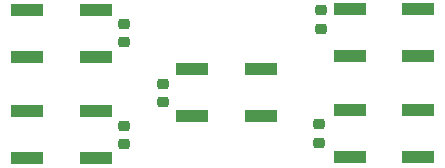
<source format=gbr>
%TF.GenerationSoftware,KiCad,Pcbnew,7.0.9*%
%TF.CreationDate,2024-01-07T17:51:15+01:00*%
%TF.ProjectId,K24LM1MA_veml7700_lightmeter,4b32344c-4d31-44d4-915f-76656d6c3737,rev?*%
%TF.SameCoordinates,Original*%
%TF.FileFunction,Paste,Top*%
%TF.FilePolarity,Positive*%
%FSLAX46Y46*%
G04 Gerber Fmt 4.6, Leading zero omitted, Abs format (unit mm)*
G04 Created by KiCad (PCBNEW 7.0.9) date 2024-01-07 17:51:15*
%MOMM*%
%LPD*%
G01*
G04 APERTURE LIST*
G04 Aperture macros list*
%AMRoundRect*
0 Rectangle with rounded corners*
0 $1 Rounding radius*
0 $2 $3 $4 $5 $6 $7 $8 $9 X,Y pos of 4 corners*
0 Add a 4 corners polygon primitive as box body*
4,1,4,$2,$3,$4,$5,$6,$7,$8,$9,$2,$3,0*
0 Add four circle primitives for the rounded corners*
1,1,$1+$1,$2,$3*
1,1,$1+$1,$4,$5*
1,1,$1+$1,$6,$7*
1,1,$1+$1,$8,$9*
0 Add four rect primitives between the rounded corners*
20,1,$1+$1,$2,$3,$4,$5,0*
20,1,$1+$1,$4,$5,$6,$7,0*
20,1,$1+$1,$6,$7,$8,$9,0*
20,1,$1+$1,$8,$9,$2,$3,0*%
G04 Aperture macros list end*
%ADD10RoundRect,0.225000X-0.250000X0.225000X-0.250000X-0.225000X0.250000X-0.225000X0.250000X0.225000X0*%
%ADD11R,2.800000X1.000000*%
G04 APERTURE END LIST*
D10*
%TO.C,C1*%
X147701000Y-109207000D03*
X147701000Y-110757000D03*
%TD*%
D11*
%TO.C,SW2*%
X150135000Y-117675000D03*
X155935000Y-117675000D03*
X150135000Y-121675000D03*
X155935000Y-121675000D03*
%TD*%
D10*
%TO.C,C5*%
X134366000Y-115430000D03*
X134366000Y-116980000D03*
%TD*%
%TO.C,C4*%
X131064000Y-118986000D03*
X131064000Y-120536000D03*
%TD*%
%TO.C,C3*%
X131064000Y-110350000D03*
X131064000Y-111900000D03*
%TD*%
D11*
%TO.C,SW5*%
X136800000Y-114205000D03*
X142600000Y-114205000D03*
X136800000Y-118205000D03*
X142600000Y-118205000D03*
%TD*%
%TO.C,SW1*%
X150135000Y-109125000D03*
X155935000Y-109125000D03*
X150135000Y-113125000D03*
X155935000Y-113125000D03*
%TD*%
%TO.C,SW4*%
X122830000Y-117725000D03*
X128630000Y-117725000D03*
X122830000Y-121725000D03*
X128630000Y-121725000D03*
%TD*%
%TO.C,SW3*%
X122830000Y-109175000D03*
X128630000Y-109175000D03*
X122830000Y-113175000D03*
X128630000Y-113175000D03*
%TD*%
D10*
%TO.C,C2*%
X147574000Y-118859000D03*
X147574000Y-120409000D03*
%TD*%
M02*

</source>
